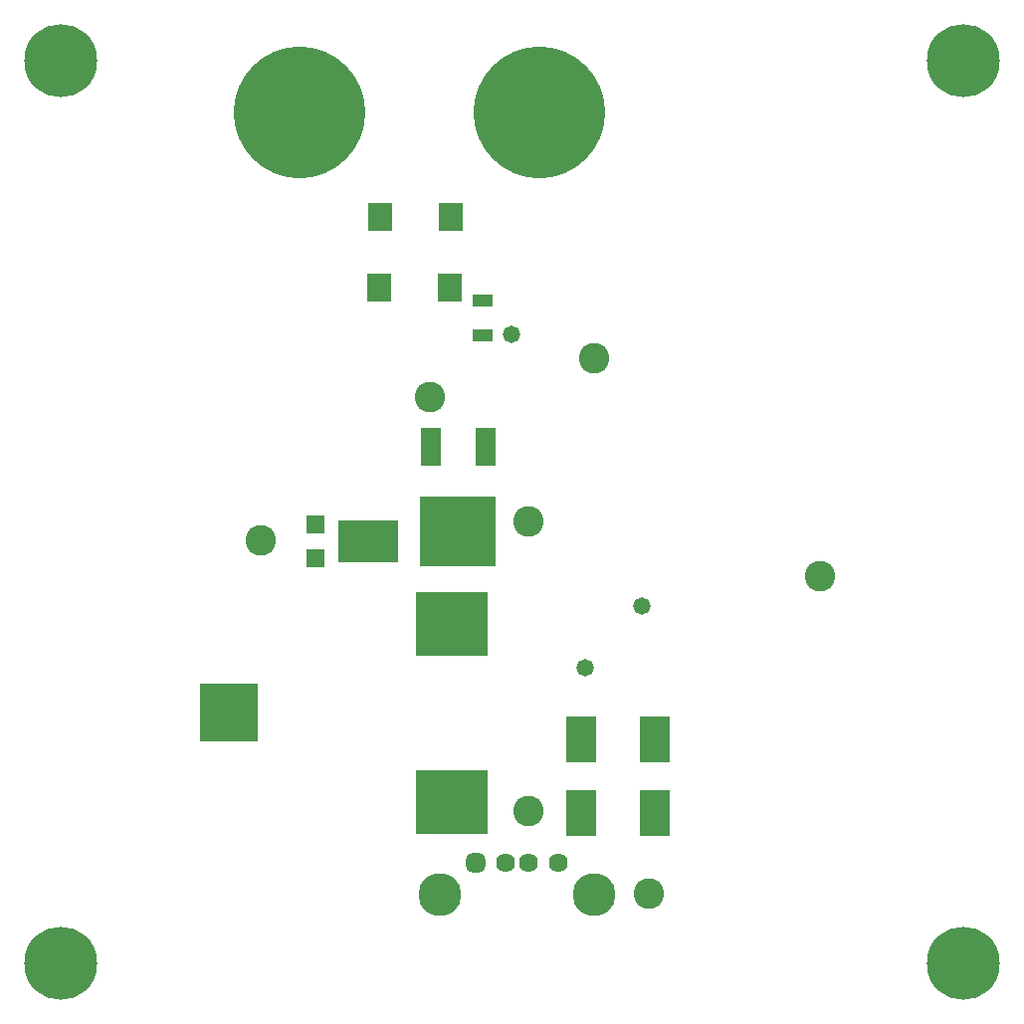
<source format=gts>
G04*
G04 #@! TF.GenerationSoftware,Altium Limited,Altium Designer,24.1.2 (44)*
G04*
G04 Layer_Color=8388736*
%FSLAX44Y44*%
%MOMM*%
G71*
G04*
G04 #@! TF.SameCoordinates,927C013D-A056-43EA-BD9B-1951F5445D31*
G04*
G04*
G04 #@! TF.FilePolarity,Negative*
G04*
G01*
G75*
%ADD17R,1.9900X2.3300*%
%ADD19R,2.5000X4.0000*%
%ADD24R,6.2032X5.4032*%
%ADD25R,5.0032X5.0032*%
%ADD26R,1.8032X1.1032*%
%ADD27R,5.0632X3.5632*%
%ADD28R,1.6032X1.5932*%
%ADD29R,6.4032X6.0032*%
%ADD30R,1.8032X3.2032*%
%ADD31C,6.2032*%
%ADD32C,2.6032*%
%ADD33C,11.2032*%
%ADD34C,3.6532*%
G04:AMPARAMS|DCode=35|XSize=1.6232mm|YSize=1.6232mm|CornerRadius=0.4566mm|HoleSize=0mm|Usage=FLASHONLY|Rotation=0.000|XOffset=0mm|YOffset=0mm|HoleType=Round|Shape=RoundedRectangle|*
%AMROUNDEDRECTD35*
21,1,1.6232,0.7100,0,0,0.0*
21,1,0.7100,1.6232,0,0,0.0*
1,1,0.9132,0.3550,-0.3550*
1,1,0.9132,-0.3550,-0.3550*
1,1,0.9132,-0.3550,0.3550*
1,1,0.9132,0.3550,0.3550*
%
%ADD35ROUNDEDRECTD35*%
%ADD36C,1.6232*%
%ADD37C,1.4732*%
D17*
X378100Y681000D02*
D03*
X317900D02*
D03*
X316900Y621000D02*
D03*
X377100D02*
D03*
D19*
X488500Y174000D02*
D03*
X551500D02*
D03*
X488500Y236000D02*
D03*
X551500D02*
D03*
D24*
X379000Y183000D02*
D03*
Y335000D02*
D03*
D25*
X189000Y259000D02*
D03*
D26*
X405000Y580500D02*
D03*
Y609500D02*
D03*
D27*
X307820Y405000D02*
D03*
D28*
X263000Y390800D02*
D03*
Y419200D02*
D03*
D29*
X384100Y413200D02*
D03*
D30*
X361200Y485000D02*
D03*
X407000D02*
D03*
D31*
X814000Y46000D02*
D03*
X46000D02*
D03*
X814000Y814000D02*
D03*
X46000D02*
D03*
D32*
X216000Y406000D02*
D03*
X546250Y105500D02*
D03*
X360250Y527250D02*
D03*
X443750Y422000D02*
D03*
X692000Y375000D02*
D03*
X499500Y561000D02*
D03*
X443500Y175250D02*
D03*
D33*
X249000Y770000D02*
D03*
X453000D02*
D03*
D34*
X368300Y103900D02*
D03*
X499700D02*
D03*
D35*
X399000Y131000D02*
D03*
D36*
X469000D02*
D03*
X424000D02*
D03*
X444000D02*
D03*
D37*
X540000Y350000D02*
D03*
X492000Y297000D02*
D03*
X429000Y581000D02*
D03*
M02*

</source>
